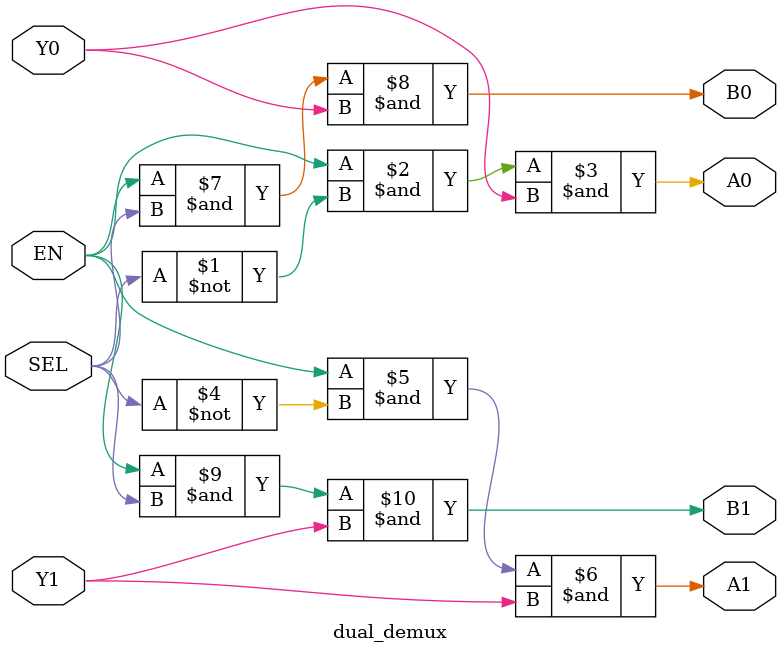
<source format=v>
module dual_demux(Y0, Y1, SEL, EN, A0, A1, B0, B1);
input wire Y0, Y1, SEL, EN;
output A0, A1, B0, B1;

assign A0 = EN & ~SEL & Y0;
assign A1 = EN & ~SEL & Y1;
assign B0 = EN & SEL & Y0;
assign B1 = EN & SEL & Y1;

endmodule
</source>
